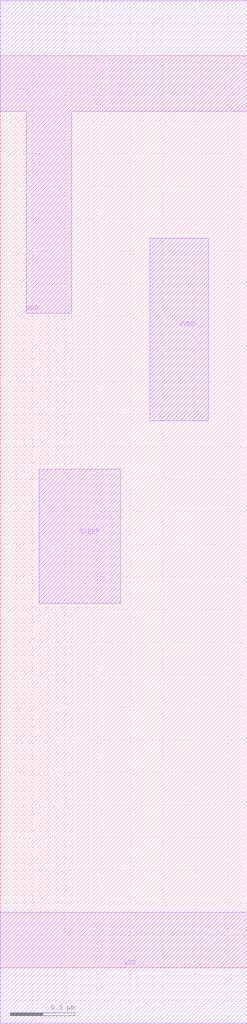
<source format=lef>
# 
# ******************************************************************************
# *                                                                            *
# *                   Copyright (C) 2004-2011, Nangate Inc.                    *
# *                           All rights reserved.                             *
# *                                                                            *
# * Nangate and the Nangate logo are trademarks of Nangate Inc.                *
# *                                                                            *
# * All trademarks, logos, software marks, and trade names (collectively the   *
# * "Marks") in this program are proprietary to Nangate or other respective    *
# * owners that have granted Nangate the right and license to use such Marks.  *
# * You are not permitted to use the Marks without the prior written consent   *
# * of Nangate or such third party that may own the Marks.                     *
# *                                                                            *
# * This file has been provided pursuant to a License Agreement containing     *
# * restrictions on its use. This file contains valuable trade secrets and     *
# * proprietary information of Nangate Inc., and is protected by U.S. and      *
# * international laws and/or treaties.                                        *
# *                                                                            *
# * The copyright notice(s) in this file does not indicate actual or intended  *
# * publication of this file.                                                  *
# *                                                                            *
# *     NGLibraryCreator, v2010.08-HR32-SP3-2010-08-05 - build 1009061800      *
# *                                                                            *
# ******************************************************************************
# 
# 
# Running on server08.nangate.com for user Giancarlo Franciscatto (gfr).
# Local time is now Thu, 6 Jan 2011, 18:10:28.
# Main process id is 3320.

VERSION 5.6 ;
BUSBITCHARS "[]" ;
DIVIDERCHAR "/" ;

MACRO HEADER_X1
  CLASS core ;
  FOREIGN HEADER_X1 0.0 0.0 ;
  ORIGIN 0 0 ;
  SYMMETRY X Y ;
  SITE FreePDK45_38x28_10R_NP_162NW_34O ;
  SIZE 0.38 BY 1.4 ;
  PIN SLEEP
    DIRECTION INPUT ;
    ANTENNAPARTIALMETALAREA 0.025625 LAYER metal1 ;
    ANTENNAPARTIALMETALSIDEAREA 0.0858 LAYER metal1 ;
    ANTENNAGATEAREA 0.00675 ;
    PORT
      LAYER metal1 ;
        POLYGON 0.06 0.56 0.185 0.56 0.185 0.765 0.06 0.765  ;
    END
  END SLEEP
  PIN VDD
    DIRECTION INOUT ;
    USE power ;
    SHAPE ABUTMENT ;
    PORT
      LAYER metal1 ;
        POLYGON 0 1.315 0.04 1.315 0.04 1.005 0.11 1.005 0.11 1.315 0.38 1.315 0.38 1.485 0 1.485  ;
    END
  END VDD
  PIN VSS
    DIRECTION INOUT ;
    USE ground ;
    SHAPE ABUTMENT ;
    PORT
      LAYER metal1 ;
        POLYGON 0 -0.085 0.38 -0.085 0.38 0.085 0 0.085  ;
    END
  END VSS
  PIN VVDD
    DIRECTION INOUT ;
    USE power ;
    SHAPE ABUTMENT ;
    PORT
      LAYER metal1 ;
        POLYGON 0.23 0.84 0.32 0.84 0.32 1.12 0.23 1.12  ;
    END
  END VVDD
END HEADER_X1

END LIBRARY
#
# End of file
#

</source>
